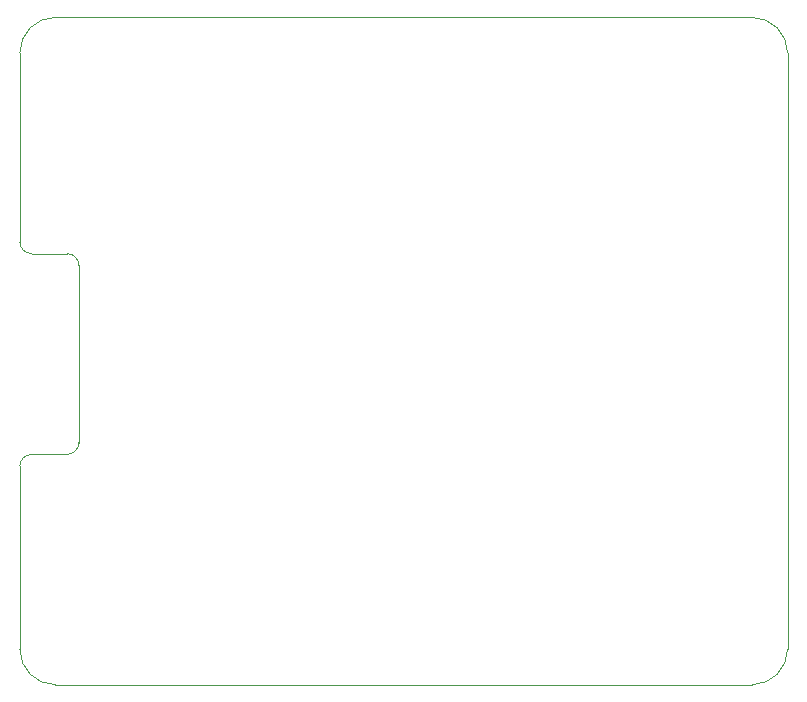
<source format=gm1>
G04 #@! TF.FileFunction,Profile,NP*
%FSLAX46Y46*%
G04 Gerber Fmt 4.6, Leading zero omitted, Abs format (unit mm)*
G04 Created by KiCad (PCBNEW 4.0.7) date 10/03/18 00:11:05*
%MOMM*%
%LPD*%
G01*
G04 APERTURE LIST*
%ADD10C,0.100000*%
G04 APERTURE END LIST*
D10*
X24495000Y-65575000D02*
G75*
G03X23495000Y-66575000I0J-1000000D01*
G01*
X27495000Y-65575000D02*
G75*
G03X28495000Y-64575000I0J1000000D01*
G01*
X28495000Y-49575000D02*
G75*
G03X27495000Y-48575000I-1000000J0D01*
G01*
X23495000Y-47575000D02*
G75*
G03X24495000Y-48575000I1000000J0D01*
G01*
X85495000Y-85075000D02*
G75*
G03X88495000Y-82075000I0J3000000D01*
G01*
X23495000Y-82075000D02*
G75*
G03X26495000Y-85075000I3000000J0D01*
G01*
X26495000Y-28575000D02*
G75*
G03X23495000Y-31575000I0J-3000000D01*
G01*
X88495000Y-31575000D02*
G75*
G03X85495000Y-28575000I-3000000J0D01*
G01*
X23495000Y-66575000D02*
X23495000Y-82075000D01*
X23495000Y-31575000D02*
X23495000Y-47575000D01*
X24495000Y-65575000D02*
X27495000Y-65575000D01*
X24495000Y-48575000D02*
X27495000Y-48575000D01*
X28495000Y-49575000D02*
X28495000Y-64575000D01*
X26495000Y-85075000D02*
X85495000Y-85075000D01*
X88495000Y-31575000D02*
X88495000Y-82075000D01*
X26495000Y-28575000D02*
X85495000Y-28575000D01*
M02*

</source>
